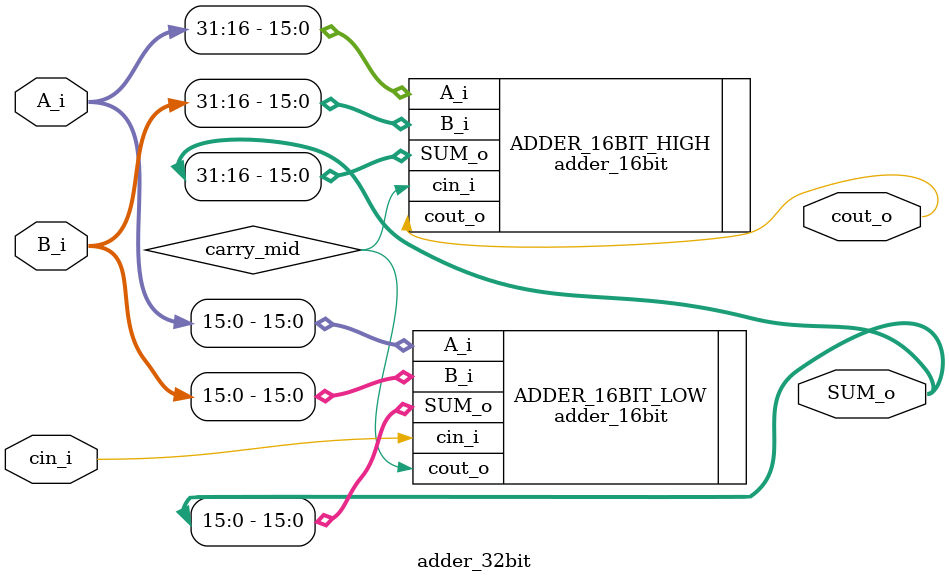
<source format=sv>
module adder_32bit (
    input  logic [31:0] A_i,       // 32-bit input A
    input  logic [31:0] B_i,       // 32-bit input B
    input  logic        cin_i,     // Initial carry input
    output logic [31:0] SUM_o,     // 32-bit sum output
    output logic        cout_o     // Final carry output
);
    logic carry_mid; // Carry between the two 16-bit adders

    // Lower 16 bits
    adder_16bit ADDER_16BIT_LOW (
        .A_i   (A_i[15:0]  ),
        .B_i   (B_i[15:0]  ),
        .cin_i (cin_i      ),
        .SUM_o (SUM_o[15:0]),
        .cout_o(carry_mid  )
    );

    // Upper 16 bits
    adder_16bit ADDER_16BIT_HIGH (
        .A_i   (A_i[31:16]  ),
        .B_i   (B_i[31:16]  ),
        .cin_i (carry_mid   ),
        .SUM_o (SUM_o[31:16]),
        .cout_o(cout_o      )
    );

endmodule

</source>
